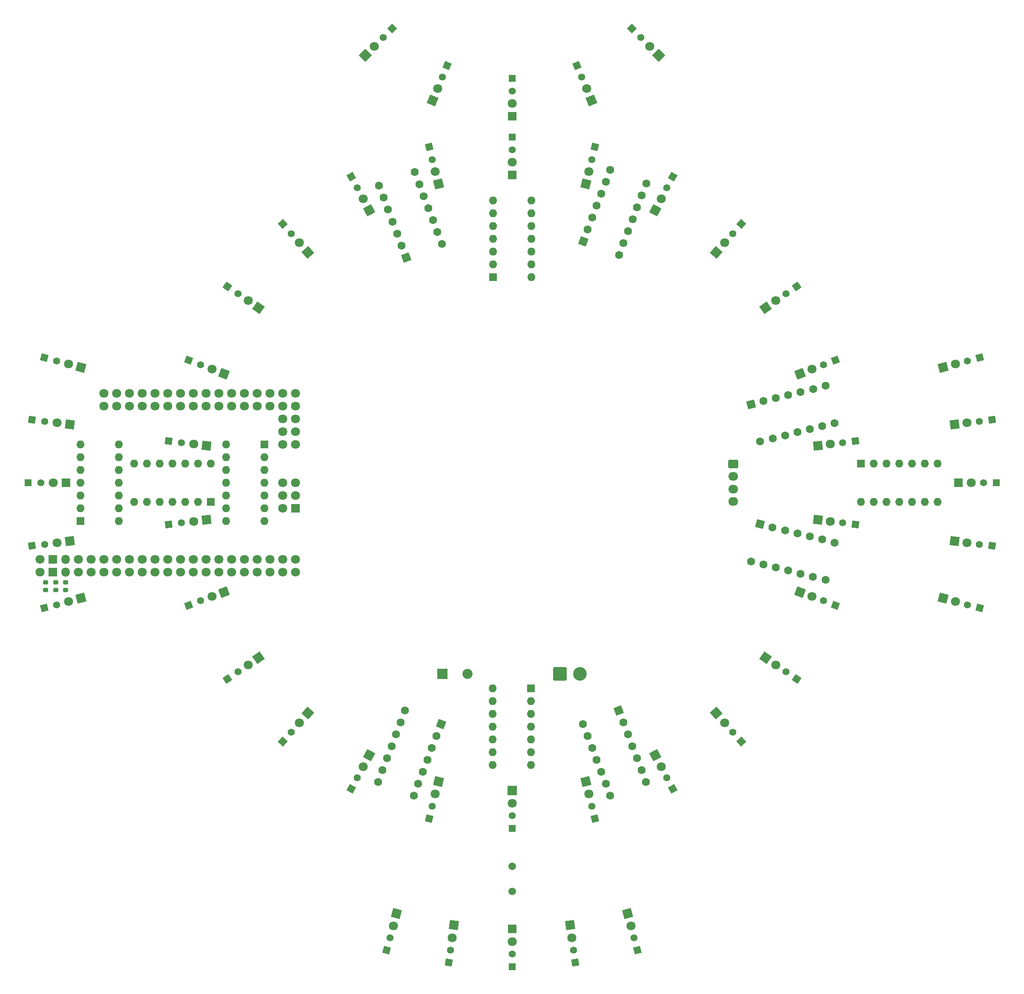
<source format=gbr>
%TF.GenerationSoftware,KiCad,Pcbnew,8.0.3*%
%TF.CreationDate,2024-10-15T17:05:12+09:00*%
%TF.ProjectId,Line-20240325,4c696e65-2d32-4303-9234-303332352e6b,rev?*%
%TF.SameCoordinates,Original*%
%TF.FileFunction,Soldermask,Top*%
%TF.FilePolarity,Negative*%
%FSLAX46Y46*%
G04 Gerber Fmt 4.6, Leading zero omitted, Abs format (unit mm)*
G04 Created by KiCad (PCBNEW 8.0.3) date 2024-10-15 17:05:12*
%MOMM*%
%LPD*%
G01*
G04 APERTURE LIST*
G04 Aperture macros list*
%AMRoundRect*
0 Rectangle with rounded corners*
0 $1 Rounding radius*
0 $2 $3 $4 $5 $6 $7 $8 $9 X,Y pos of 4 corners*
0 Add a 4 corners polygon primitive as box body*
4,1,4,$2,$3,$4,$5,$6,$7,$8,$9,$2,$3,0*
0 Add four circle primitives for the rounded corners*
1,1,$1+$1,$2,$3*
1,1,$1+$1,$4,$5*
1,1,$1+$1,$6,$7*
1,1,$1+$1,$8,$9*
0 Add four rect primitives between the rounded corners*
20,1,$1+$1,$2,$3,$4,$5,0*
20,1,$1+$1,$4,$5,$6,$7,0*
20,1,$1+$1,$6,$7,$8,$9,0*
20,1,$1+$1,$8,$9,$2,$3,0*%
%AMHorizOval*
0 Thick line with rounded ends*
0 $1 width*
0 $2 $3 position (X,Y) of the first rounded end (center of the circle)*
0 $4 $5 position (X,Y) of the second rounded end (center of the circle)*
0 Add line between two ends*
20,1,$1,$2,$3,$4,$5,0*
0 Add two circle primitives to create the rounded ends*
1,1,$1,$2,$3*
1,1,$1,$4,$5*%
%AMRotRect*
0 Rectangle, with rotation*
0 The origin of the aperture is its center*
0 $1 length*
0 $2 width*
0 $3 Rotation angle, in degrees counterclockwise*
0 Add horizontal line*
21,1,$1,$2,0,0,$3*%
G04 Aperture macros list end*
%ADD10R,2.000000X2.000000*%
%ADD11C,2.000000*%
%ADD12RoundRect,0.250001X-1.099999X-1.099999X1.099999X-1.099999X1.099999X1.099999X-1.099999X1.099999X0*%
%ADD13C,2.700000*%
%ADD14RoundRect,0.225000X-0.250000X0.225000X-0.250000X-0.225000X0.250000X-0.225000X0.250000X0.225000X0*%
%ADD15RoundRect,0.250000X-0.725000X0.600000X-0.725000X-0.600000X0.725000X-0.600000X0.725000X0.600000X0*%
%ADD16O,1.950000X1.700000*%
%ADD17C,1.800000*%
%ADD18O,1.800000X1.800000*%
%ADD19R,1.800000X1.800000*%
%ADD20RotRect,1.800000X1.800000X135.000000*%
%ADD21RotRect,1.400000X1.400000X186.923077*%
%ADD22C,1.400000*%
%ADD23RotRect,1.400000X1.400000X112.500000*%
%ADD24RotRect,1.400000X1.400000X34.615384*%
%ADD25RotRect,1.400000X1.400000X103.846154*%
%ADD26RotRect,1.400000X1.400000X173.076923*%
%ADD27RotRect,1.600000X1.600000X159.230769*%
%ADD28HorizOval,1.600000X0.000000X0.000000X0.000000X0.000000X0*%
%ADD29RotRect,1.800000X1.800000X76.153845*%
%ADD30RotRect,1.800000X1.800000X339.230768*%
%ADD31RotRect,1.800000X1.800000X325.384615*%
%ADD32RotRect,1.400000X1.400000X277.500000*%
%ADD33RotRect,1.800000X1.800000X195.000000*%
%ADD34RotRect,1.400000X1.400000X345.000000*%
%ADD35RotRect,1.800000X1.800000X285.000000*%
%ADD36RotRect,1.400000X1.400000X187.500000*%
%ADD37R,1.600000X1.600000*%
%ADD38O,1.600000X1.600000*%
%ADD39RotRect,1.400000X1.400000X325.384615*%
%ADD40RotRect,1.400000X1.400000X159.230769*%
%ADD41RotRect,1.400000X1.400000X195.000000*%
%ADD42RotRect,1.400000X1.400000X353.076922*%
%ADD43RotRect,1.800000X1.800000X186.923077*%
%ADD44RotRect,1.400000X1.400000X339.230768*%
%ADD45RotRect,1.800000X1.800000X67.500000*%
%ADD46RotRect,1.800000X1.800000X352.500000*%
%ADD47RotRect,1.800000X1.800000X297.692307*%
%ADD48RotRect,1.400000X1.400000X62.307691*%
%ADD49RotRect,1.800000X1.800000X311.538461*%
%ADD50RotRect,1.800000X1.800000X200.769230*%
%ADD51RotRect,1.800000X1.800000X112.500000*%
%ADD52R,1.400000X1.400000*%
%ADD53RotRect,1.400000X1.400000X172.500000*%
%ADD54RotRect,1.800000X1.800000X173.076923*%
%ADD55RotRect,1.400000X1.400000X256.153846*%
%ADD56RotRect,1.800000X1.800000X159.230769*%
%ADD57RotRect,1.800000X1.800000X20.769230*%
%ADD58RotRect,1.400000X1.400000X311.538461*%
%ADD59RotRect,1.400000X1.400000X228.461538*%
%ADD60RotRect,1.400000X1.400000X67.500000*%
%ADD61RotRect,1.800000X1.800000X7.500000*%
%ADD62RotRect,1.800000X1.800000X15.000000*%
%ADD63RotRect,1.800000X1.800000X45.000000*%
%ADD64RotRect,1.400000X1.400000X76.153845*%
%ADD65RotRect,1.400000X1.400000X283.846153*%
%ADD66RotRect,1.400000X1.400000X165.000000*%
%ADD67C,1.500000*%
%ADD68RotRect,1.400000X1.400000X131.538461*%
%ADD69RotRect,1.800000X1.800000X262.500000*%
%ADD70RotRect,1.800000X1.800000X48.461537*%
%ADD71RotRect,1.400000X1.400000X20.769230*%
%ADD72RotRect,1.800000X1.800000X145.384615*%
%ADD73RotRect,1.600000X1.600000X256.153846*%
%ADD74HorizOval,1.600000X0.000000X0.000000X0.000000X0.000000X0*%
%ADD75RotRect,1.400000X1.400000X6.923076*%
%ADD76RotRect,1.800000X1.800000X172.500000*%
%ADD77RotRect,1.400000X1.400000X297.692307*%
%ADD78RotRect,1.400000X1.400000X255.000000*%
%ADD79RotRect,1.800000X1.800000X255.000000*%
%ADD80RotRect,1.400000X1.400000X117.692308*%
%ADD81RotRect,1.600000X1.600000X339.230769*%
%ADD82HorizOval,1.600000X0.000000X0.000000X0.000000X0.000000X0*%
%ADD83RotRect,1.800000X1.800000X283.846153*%
%ADD84RotRect,1.800000X1.800000X214.615384*%
%ADD85RotRect,1.800000X1.800000X242.307692*%
%ADD86RotRect,1.600000X1.600000X20.769231*%
%ADD87HorizOval,1.600000X0.000000X0.000000X0.000000X0.000000X0*%
%ADD88RotRect,1.400000X1.400000X214.615384*%
%ADD89RotRect,1.400000X1.400000X269.999999*%
%ADD90RotRect,1.400000X1.400000X135.000000*%
%ADD91RotRect,1.800000X1.800000X62.307691*%
%ADD92RotRect,1.400000X1.400000X15.000000*%
%ADD93RotRect,1.800000X1.800000X103.846154*%
%ADD94RotRect,1.400000X1.400000X7.500000*%
%ADD95RotRect,1.400000X1.400000X48.461537*%
%ADD96RotRect,1.400000X1.400000X45.000000*%
%ADD97RotRect,1.800000X1.800000X187.500000*%
%ADD98RotRect,1.400000X1.400000X285.000000*%
%ADD99RotRect,1.400000X1.400000X145.384615*%
%ADD100RotRect,1.600000X1.600000X283.846154*%
%ADD101HorizOval,1.600000X0.000000X0.000000X0.000000X0.000000X0*%
%ADD102RotRect,1.800000X1.800000X228.461538*%
%ADD103RotRect,1.800000X1.800000X269.999999*%
%ADD104RotRect,1.800000X1.800000X6.923076*%
%ADD105RotRect,1.800000X1.800000X34.615384*%
%ADD106RotRect,1.600000X1.600000X200.769231*%
%ADD107HorizOval,1.600000X0.000000X0.000000X0.000000X0.000000X0*%
%ADD108RotRect,1.400000X1.400000X352.500000*%
%ADD109RotRect,1.800000X1.800000X256.153846*%
%ADD110RotRect,1.800000X1.800000X353.076922*%
%ADD111RotRect,1.400000X1.400000X200.769230*%
%ADD112RotRect,1.400000X1.400000X262.500000*%
%ADD113RotRect,1.800000X1.800000X277.500000*%
%ADD114RotRect,1.800000X1.800000X117.692308*%
%ADD115RotRect,1.800000X1.800000X131.538461*%
%ADD116RotRect,1.800000X1.800000X165.000000*%
%ADD117RotRect,1.400000X1.400000X242.307692*%
%ADD118RotRect,1.800000X1.800000X345.000000*%
G04 APERTURE END LIST*
D10*
%TO.C,C1*%
X-13867677Y-38000000D03*
D11*
X-8867677Y-38000000D03*
%TD*%
D12*
%TO.C,J1*%
X9520000Y-38000000D03*
D13*
X13480000Y-38000000D03*
%TD*%
D14*
%TO.C,C3*%
X-90720001Y-19787238D03*
X-90720001Y-21337238D03*
%TD*%
%TO.C,C2*%
X-88820000Y-19787237D03*
X-88820000Y-21337239D03*
%TD*%
D15*
%TO.C,J2*%
X44000000Y3750000D03*
D16*
X44000000Y1250000D03*
X44000000Y-1250000D03*
X44000000Y-3750000D03*
%TD*%
D14*
%TO.C,C4*%
X-92720000Y-19787238D03*
X-92720000Y-21337238D03*
%TD*%
D17*
%TO.C,U47*%
X-86281080Y-15239525D03*
X-86281080Y-17779525D03*
D18*
X-88821080Y-15239525D03*
X-88821080Y-17779525D03*
D17*
X-43101080Y475D03*
X-81201080Y17780475D03*
X-81201080Y15240475D03*
X-78661080Y17780475D03*
X-78661080Y15240475D03*
X-76121080Y17780475D03*
X-76121080Y15240475D03*
X-73581080Y17780475D03*
X-73581080Y15240475D03*
X-71041080Y17780475D03*
X-71041080Y15240475D03*
X-68501080Y17780475D03*
X-68501080Y15240475D03*
X-65961080Y17780475D03*
X-65961080Y15240475D03*
X-63421080Y17780475D03*
X-63421080Y15240475D03*
X-83741080Y-15239525D03*
X-78661080Y-15239525D03*
X-78661080Y-17779525D03*
X-76121080Y-15239525D03*
X-76121080Y-17779525D03*
X-73581080Y-15239525D03*
X-73581080Y-17779525D03*
X-71041080Y-15239525D03*
X-71041080Y-17779525D03*
X-68501080Y-15239525D03*
X-68501080Y-17779525D03*
X-65961080Y-15239525D03*
X-65961080Y-17779525D03*
X-63421080Y-15239525D03*
X-63421080Y-17779525D03*
X-60881080Y-15239525D03*
X-60881080Y-17779525D03*
X-58341080Y-15239525D03*
X-58341080Y-17779525D03*
X-55801080Y-15239525D03*
X-55801080Y-17779525D03*
X-53261080Y-15239525D03*
X-53261080Y-17779525D03*
X-50721080Y-15239525D03*
X-50721080Y-17779525D03*
X-48181080Y-15239525D03*
X-48181080Y-17779525D03*
X-45641080Y-15239525D03*
X-45641080Y-17779525D03*
X-43101080Y-15239525D03*
X-43101080Y-17779525D03*
X-60881080Y17780475D03*
X-60881080Y15240475D03*
X-58341080Y17780475D03*
X-58341080Y15240475D03*
X-55801080Y17780475D03*
X-55801080Y15240475D03*
X-53261080Y17780475D03*
X-53261080Y15240475D03*
X-50721080Y17780475D03*
X-50721080Y15240475D03*
X-48181080Y17780475D03*
X-48181080Y15240475D03*
X-45641080Y17780475D03*
X-45641080Y15240475D03*
X-43101080Y17780475D03*
X-43101080Y15240475D03*
X-43101080Y12700475D03*
X-45641080Y12700475D03*
X-43101080Y10160475D03*
X-45641080Y10160475D03*
X-43101080Y7620475D03*
X-45641080Y7620475D03*
D19*
X-91361080Y-15239525D03*
X-91361080Y-17779525D03*
X-43101080Y-5079525D03*
D17*
X-45641080Y475D03*
X-43101080Y-2539525D03*
X-45641080Y-5079525D03*
X-83741080Y-17779525D03*
X-81201080Y-15239525D03*
X-45641080Y-2539525D03*
X-81201080Y-17779525D03*
X-93901080Y-15239525D03*
X-93901080Y-17779525D03*
%TD*%
D20*
%TO.C,D27*%
X29173754Y84996991D03*
D17*
X27377702Y86793043D03*
%TD*%
D21*
%TO.C,U8*%
X-68269669Y-8288832D03*
D22*
X-65748189Y-7982668D03*
%TD*%
D23*
%TO.C,U28*%
X12902938Y83019217D03*
D22*
X13874954Y80672563D03*
%TD*%
D24*
%TO.C,U23*%
X56595520Y39066286D03*
D22*
X54505142Y37623402D03*
%TD*%
D25*
%TO.C,U2*%
X-16458818Y66772143D03*
D22*
X-15850956Y64305951D03*
%TD*%
D26*
%TO.C,U7*%
X-68269668Y8289783D03*
D22*
X-65748188Y7983619D03*
%TD*%
D27*
%TO.C,Comp9*%
X-14135660Y-47985964D03*
D28*
X-15036356Y-50360905D03*
X-15937053Y-52735846D03*
X-16837749Y-55110788D03*
X-17738446Y-57485729D03*
X-18639142Y-59860670D03*
X-19539839Y-62235611D03*
X-26664662Y-59533522D03*
X-25763966Y-57158581D03*
X-24863269Y-54783640D03*
X-23962573Y-52408698D03*
X-23061877Y-50033757D03*
X-22161180Y-47658816D03*
X-21260484Y-45283875D03*
%TD*%
D29*
%TO.C,D26*%
X14652219Y59451242D03*
D17*
X15260081Y61917434D03*
%TD*%
D30*
%TO.C,D19*%
X57249963Y-21711983D03*
D17*
X59624905Y-22612679D03*
%TD*%
D31*
%TO.C,D18*%
X50390222Y-34782130D03*
D17*
X52480600Y-36225014D03*
%TD*%
D32*
%TO.C,U40*%
X12564666Y-95445922D03*
D22*
X12233130Y-92927652D03*
%TD*%
D33*
%TO.C,D36*%
X-85707699Y-22964578D03*
D17*
X-88161151Y-23621978D03*
%TD*%
D34*
%TO.C,U42*%
X92988589Y-24916034D03*
D22*
X90535137Y-24258634D03*
%TD*%
D35*
%TO.C,D41*%
X22963924Y-85706124D03*
D17*
X23621324Y-88159576D03*
%TD*%
D36*
%TO.C,U35*%
X-95447487Y-12565281D03*
D22*
X-92929217Y-12233745D03*
%TD*%
D37*
%TO.C,Comp8*%
X3798970Y-40879855D03*
D38*
X3798970Y-43419855D03*
X3798970Y-45959855D03*
X3798970Y-48499855D03*
X3798970Y-51039855D03*
X3798970Y-53579855D03*
X3798970Y-56119855D03*
X-3821030Y-56119855D03*
X-3821030Y-53579855D03*
X-3821030Y-51039855D03*
X-3821030Y-48499855D03*
X-3821030Y-45959855D03*
X-3821030Y-43419855D03*
X-3821030Y-40879855D03*
%TD*%
D39*
%TO.C,U18*%
X56595519Y-39065338D03*
D22*
X54505141Y-37622454D03*
%TD*%
D37*
%TO.C,Comp6*%
X-85801030Y-7619855D03*
D38*
X-85801030Y-5079855D03*
X-85801030Y-2539855D03*
X-85801030Y145D03*
X-85801030Y2540145D03*
X-85801030Y5080145D03*
X-85801030Y7620145D03*
X-78181030Y7620145D03*
X-78181030Y5080145D03*
X-78181030Y2540145D03*
X-78181030Y145D03*
X-78181030Y-2539855D03*
X-78181030Y-5079855D03*
X-78181030Y-7619855D03*
%TD*%
D40*
%TO.C,U6*%
X-64302147Y24386653D03*
D22*
X-61927205Y23485957D03*
%TD*%
D41*
%TO.C,U36*%
X-92990770Y-24916034D03*
D22*
X-90537318Y-24258634D03*
%TD*%
D42*
%TO.C,U20*%
X68267508Y-8288835D03*
D22*
X65746028Y-7982667D03*
%TD*%
D43*
%TO.C,D8*%
X-60784644Y-7379985D03*
D17*
X-63306124Y-7686149D03*
%TD*%
D44*
%TO.C,U19*%
X64299987Y-24385703D03*
D22*
X61925045Y-23485007D03*
%TD*%
D45*
%TO.C,D30*%
X-15789901Y76053165D03*
D17*
X-14817885Y78399819D03*
%TD*%
D46*
%TO.C,D43*%
X87969813Y-11581113D03*
D17*
X90488085Y-11912651D03*
%TD*%
D47*
%TO.C,D16*%
X28453919Y-54215997D03*
D17*
X29634315Y-56465055D03*
%TD*%
D48*
%TO.C,U25*%
X31957933Y60893285D03*
D22*
X30777537Y58644227D03*
%TD*%
D49*
%TO.C,D17*%
X40601919Y-45830838D03*
D17*
X42286251Y-47732056D03*
%TD*%
D19*
%TO.C,D34*%
X-88731101Y437D03*
D17*
X-91271101Y437D03*
%TD*%
D50*
%TO.C,D9*%
X-57252124Y-21711982D03*
D17*
X-59627066Y-22612678D03*
%TD*%
D51*
%TO.C,D28*%
X15788371Y76053165D03*
D17*
X14816355Y78399819D03*
%TD*%
D52*
%TO.C,U34*%
X-96271090Y475D03*
D22*
X-93731090Y475D03*
%TD*%
D53*
%TO.C,U33*%
X-95447487Y12566233D03*
D22*
X-92929217Y12234695D03*
%TD*%
D37*
%TO.C,Comp5*%
X-59881030Y-3799855D03*
D38*
X-62421030Y-3799855D03*
X-64961030Y-3799855D03*
X-67501030Y-3799855D03*
X-70041030Y-3799855D03*
X-72581030Y-3799855D03*
X-75121030Y-3799855D03*
X-75121030Y3820145D03*
X-72581030Y3820145D03*
X-70041030Y3820145D03*
X-67501030Y3820145D03*
X-64961030Y3820145D03*
X-62421030Y3820145D03*
X-59881030Y3820145D03*
%TD*%
D54*
%TO.C,D7*%
X-60784644Y7380935D03*
D17*
X-63306124Y7687099D03*
%TD*%
D55*
%TO.C,U13*%
X-16458818Y-66771193D03*
D22*
X-15850956Y-64305001D03*
%TD*%
D56*
%TO.C,D6*%
X-57252124Y21712932D03*
D17*
X-59627066Y22613628D03*
%TD*%
D57*
%TO.C,D22*%
X57249964Y21712931D03*
D17*
X59624906Y22613627D03*
%TD*%
D58*
%TO.C,U17*%
X45601864Y-51474610D03*
D22*
X43917532Y-49573392D03*
%TD*%
D52*
%TO.C,U29*%
X-765Y80452510D03*
D22*
X-765Y77912510D03*
%TD*%
D59*
%TO.C,U11*%
X-45604025Y-51474609D03*
D22*
X-43919693Y-49573391D03*
%TD*%
D60*
%TO.C,U30*%
X-12904467Y83019217D03*
D22*
X-13876483Y80672563D03*
%TD*%
D61*
%TO.C,D45*%
X87969813Y11582066D03*
D17*
X90488083Y11913600D03*
%TD*%
D62*
%TO.C,D46*%
X85705509Y22965491D03*
D17*
X88158959Y23622889D03*
%TD*%
D63*
%TO.C,D31*%
X-29175285Y84996991D03*
D17*
X-27379233Y86793043D03*
%TD*%
D64*
%TO.C,U26*%
X16456659Y66772143D03*
D22*
X15848797Y64305951D03*
%TD*%
D65*
%TO.C,U15*%
X16456657Y-66771193D03*
D22*
X15848795Y-64305001D03*
%TD*%
D66*
%TO.C,U32*%
X-92990769Y24916984D03*
D22*
X-90537317Y24259584D03*
%TD*%
D67*
%TO.C,BZ1*%
X0Y-76275000D03*
X0Y-81275000D03*
%TD*%
D68*
%TO.C,U4*%
X-45604025Y51475559D03*
D22*
X-43919693Y49574341D03*
%TD*%
D69*
%TO.C,D38*%
X-11582678Y-87970428D03*
D17*
X-11914216Y-90488698D03*
%TD*%
D70*
%TO.C,D24*%
X40601921Y45831786D03*
D17*
X42286253Y47733004D03*
%TD*%
D71*
%TO.C,U22*%
X64299987Y24386651D03*
D22*
X61925045Y23485955D03*
%TD*%
D72*
%TO.C,D5*%
X-50392381Y34783079D03*
D17*
X-52482761Y36225963D03*
%TD*%
D73*
%TO.C,Comp12*%
X49338948Y-8247342D03*
D74*
X51805140Y-8855204D03*
X54271332Y-9463065D03*
X56737525Y-10070927D03*
X59203717Y-10678789D03*
X61669909Y-11286651D03*
X64136101Y-11894512D03*
X62312516Y-19293089D03*
X59846324Y-18685227D03*
X57380131Y-18077366D03*
X54913939Y-17469504D03*
X52447747Y-16861642D03*
X49981555Y-16253780D03*
X47515363Y-15645918D03*
%TD*%
D75*
%TO.C,U21*%
X68267509Y8289781D03*
D22*
X65746029Y7983617D03*
%TD*%
D76*
%TO.C,D33*%
X-87972003Y11582026D03*
D17*
X-90490273Y11913562D03*
%TD*%
D77*
%TO.C,U16*%
X31957931Y-60892336D03*
D22*
X30777535Y-58643278D03*
%TD*%
D78*
%TO.C,U37*%
X-24917599Y-92989204D03*
D22*
X-24260199Y-90535752D03*
%TD*%
D79*
%TO.C,D37*%
X-22966104Y-85706123D03*
D17*
X-23623504Y-88159575D03*
%TD*%
D80*
%TO.C,U3*%
X-31960092Y60893285D03*
D22*
X-30779696Y58644227D03*
%TD*%
D19*
%TO.C,D44*%
X88728910Y477D03*
D17*
X91268912Y477D03*
%TD*%
D81*
%TO.C,Comp3*%
X14133600Y47986254D03*
D82*
X15034296Y50361195D03*
X15934993Y52736136D03*
X16835689Y55111078D03*
X17736386Y57486019D03*
X18637082Y59860960D03*
X19537779Y62235901D03*
X26662602Y59533812D03*
X25761906Y57158871D03*
X24861209Y54783930D03*
X23960513Y52408988D03*
X23059817Y50034047D03*
X22159120Y47659106D03*
X21258424Y45284165D03*
%TD*%
D83*
%TO.C,D15*%
X14652217Y-59450292D03*
D17*
X15260079Y-61916484D03*
%TD*%
D84*
%TO.C,D10*%
X-50392382Y-34782129D03*
D17*
X-52482760Y-36225013D03*
%TD*%
D85*
%TO.C,D12*%
X-28456080Y-54215997D03*
D17*
X-29636476Y-56465055D03*
%TD*%
D86*
%TO.C,Comp1*%
X-21064480Y44823749D03*
D87*
X-21965177Y47198690D03*
X-22865873Y49573631D03*
X-23766570Y51948572D03*
X-24667266Y54323514D03*
X-25567963Y56698455D03*
X-26468659Y59073396D03*
X-19343835Y61775485D03*
X-18443139Y59400544D03*
X-17542442Y57025603D03*
X-16641746Y54650662D03*
X-15741050Y52275720D03*
X-14840353Y49900779D03*
X-13939657Y47525838D03*
%TD*%
D88*
%TO.C,U10*%
X-56597680Y-39065337D03*
D22*
X-54507302Y-37622453D03*
%TD*%
D37*
%TO.C,Comp11*%
X69378970Y3800145D03*
D38*
X71918970Y3800145D03*
X74458970Y3800145D03*
X76998970Y3800145D03*
X79538970Y3800145D03*
X82078970Y3800145D03*
X84618970Y3800145D03*
X84618970Y-3819855D03*
X82078970Y-3819855D03*
X79538970Y-3819855D03*
X76998970Y-3819855D03*
X74458970Y-3819855D03*
X71918970Y-3819855D03*
X69378970Y-3819855D03*
%TD*%
D89*
%TO.C,U14*%
X-1080Y-68769525D03*
D22*
X-1080Y-66229525D03*
%TD*%
D90*
%TO.C,U27*%
X23842168Y90328577D03*
D22*
X25638220Y88532525D03*
%TD*%
D91*
%TO.C,D25*%
X28453921Y54216947D03*
D17*
X29634317Y56466005D03*
%TD*%
D92*
%TO.C,U46*%
X92988590Y24916984D03*
D22*
X90535138Y24259584D03*
%TD*%
D93*
%TO.C,D2*%
X-14654377Y59451242D03*
D17*
X-15262239Y61917434D03*
%TD*%
D94*
%TO.C,U45*%
X95445307Y12566232D03*
D22*
X92927037Y12234696D03*
%TD*%
D95*
%TO.C,U24*%
X45601866Y51475558D03*
D22*
X43917534Y49574340D03*
%TD*%
D52*
%TO.C,U39*%
X-1090Y-96269525D03*
D22*
X-1090Y-93729525D03*
%TD*%
D96*
%TO.C,U31*%
X-23843699Y90328577D03*
D22*
X-25639751Y88532525D03*
%TD*%
D19*
%TO.C,D1*%
X-1080Y61230475D03*
D17*
X-1080Y63770475D03*
%TD*%
D97*
%TO.C,D35*%
X-87972003Y-11581152D03*
D17*
X-90490273Y-11912688D03*
%TD*%
D98*
%TO.C,U41*%
X24915418Y-92989205D03*
D22*
X24258018Y-90535753D03*
%TD*%
D99*
%TO.C,U5*%
X-56597680Y39066287D03*
D22*
X-54507300Y37623403D03*
%TD*%
D100*
%TO.C,Comp10*%
X47520149Y15626790D03*
D101*
X49986341Y16234651D03*
X52452533Y16842513D03*
X54918725Y17450375D03*
X57384918Y18058237D03*
X59851110Y18666098D03*
X62317302Y19273960D03*
X64140887Y11875384D03*
X61674695Y11267522D03*
X59208503Y10659660D03*
X56742311Y10051798D03*
X54276119Y9443936D03*
X51809926Y8836075D03*
X49343734Y8228213D03*
%TD*%
D37*
%TO.C,Comp4*%
X-49201030Y7620145D03*
D38*
X-49201030Y5080145D03*
X-49201030Y2540145D03*
X-49201030Y145D03*
X-49201030Y-2539855D03*
X-49201030Y-5079855D03*
X-49201030Y-7619855D03*
X-56821030Y-7619855D03*
X-56821030Y-5079855D03*
X-56821030Y-2539855D03*
X-56821030Y145D03*
X-56821030Y2540145D03*
X-56821030Y5080145D03*
X-56821030Y7620145D03*
%TD*%
D102*
%TO.C,D11*%
X-40604080Y-45830837D03*
D17*
X-42288412Y-47732055D03*
%TD*%
D52*
%TO.C,U44*%
X96268911Y476D03*
D22*
X93728911Y476D03*
%TD*%
D52*
%TO.C,U1*%
X-1080Y68770475D03*
D22*
X-1080Y66230475D03*
%TD*%
D37*
%TO.C,Comp2*%
X-3801030Y40880145D03*
D38*
X-3801030Y43420145D03*
X-3801030Y45960145D03*
X-3801030Y48500145D03*
X-3801030Y51040145D03*
X-3801030Y53580145D03*
X-3801030Y56120145D03*
X3818970Y56120145D03*
X3818970Y53580145D03*
X3818970Y51040145D03*
X3818970Y48500145D03*
X3818970Y45960145D03*
X3818970Y43420145D03*
X3818970Y40880145D03*
%TD*%
D103*
%TO.C,D14*%
X-1080Y-61229525D03*
D17*
X-1080Y-63769525D03*
%TD*%
D104*
%TO.C,D21*%
X60782484Y7380934D03*
D17*
X63303964Y7687098D03*
%TD*%
D105*
%TO.C,D23*%
X50390223Y34783078D03*
D17*
X52480601Y36225962D03*
%TD*%
D106*
%TO.C,Comp7*%
X21239723Y-45290967D03*
D107*
X22140420Y-47665908D03*
X23041116Y-50040849D03*
X23941813Y-52415790D03*
X24842509Y-54790732D03*
X25743206Y-57165673D03*
X26643902Y-59540614D03*
X19519078Y-62242703D03*
X18618382Y-59867762D03*
X17717685Y-57492821D03*
X16816989Y-55117880D03*
X15916293Y-52742938D03*
X15015596Y-50367997D03*
X14114900Y-47993056D03*
%TD*%
D19*
%TO.C,D39*%
X-1089Y-88729526D03*
D17*
X-1089Y-91269526D03*
%TD*%
D108*
%TO.C,U43*%
X95445307Y-12565282D03*
D22*
X92927037Y-12233744D03*
%TD*%
D109*
%TO.C,D13*%
X-14654378Y-59450292D03*
D17*
X-15262240Y-61916484D03*
%TD*%
D110*
%TO.C,D20*%
X60782484Y-7379984D03*
D17*
X63303964Y-7686152D03*
%TD*%
D111*
%TO.C,U9*%
X-64302147Y-24385702D03*
D22*
X-61927205Y-23485006D03*
%TD*%
D19*
%TO.C,D29*%
X-765Y72912510D03*
D17*
X-765Y75452510D03*
%TD*%
D112*
%TO.C,U38*%
X-12566848Y-95445922D03*
D22*
X-12235310Y-92927652D03*
%TD*%
D113*
%TO.C,D40*%
X11580499Y-87970428D03*
D17*
X11912035Y-90488698D03*
%TD*%
D114*
%TO.C,D3*%
X-28456080Y54216947D03*
D17*
X-29636476Y56466005D03*
%TD*%
D115*
%TO.C,D4*%
X-40604080Y45831787D03*
D17*
X-42288412Y47733005D03*
%TD*%
D116*
%TO.C,D32*%
X-85707699Y22965450D03*
D17*
X-88161151Y23622850D03*
%TD*%
D117*
%TO.C,U12*%
X-31960092Y-60892335D03*
D22*
X-30779696Y-58643277D03*
%TD*%
D118*
%TO.C,D42*%
X85705507Y-22964539D03*
D17*
X88158961Y-23621939D03*
%TD*%
M02*

</source>
